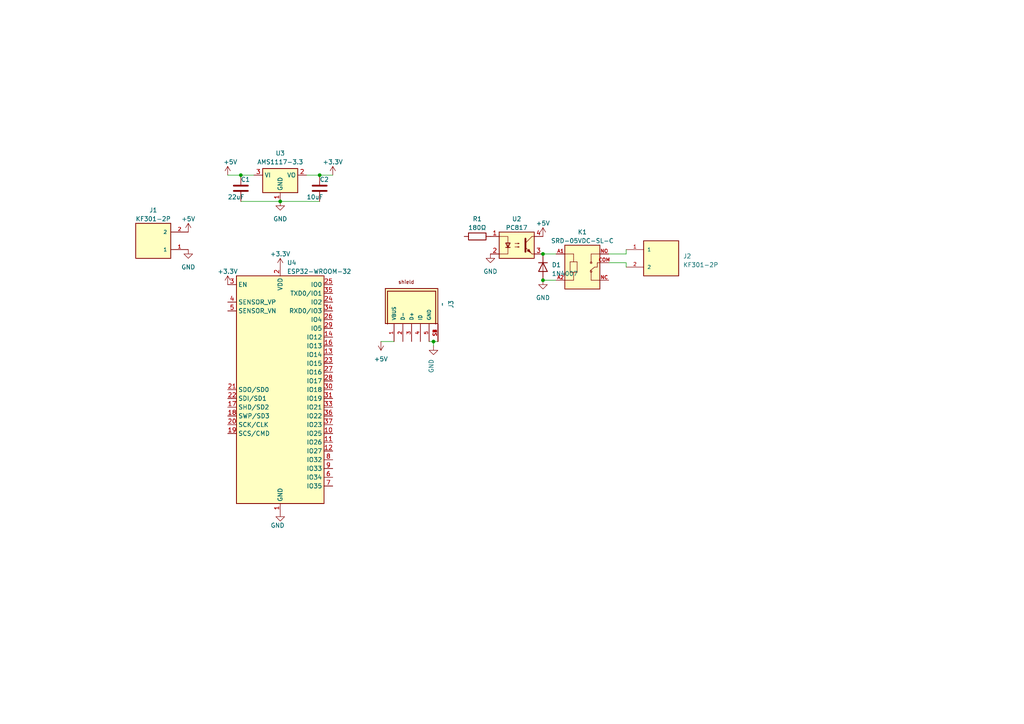
<source format=kicad_sch>
(kicad_sch (version 20230121) (generator eeschema)

  (uuid 058295d0-93f3-4e60-8c9e-0abef47b05c2)

  (paper "A4")

  (lib_symbols
    (symbol "Device:C" (pin_numbers hide) (pin_names (offset 0.254)) (in_bom yes) (on_board yes)
      (property "Reference" "C" (at 0.635 2.54 0)
        (effects (font (size 1.27 1.27)) (justify left))
      )
      (property "Value" "C" (at 0.635 -2.54 0)
        (effects (font (size 1.27 1.27)) (justify left))
      )
      (property "Footprint" "" (at 0.9652 -3.81 0)
        (effects (font (size 1.27 1.27)) hide)
      )
      (property "Datasheet" "~" (at 0 0 0)
        (effects (font (size 1.27 1.27)) hide)
      )
      (property "ki_keywords" "cap capacitor" (at 0 0 0)
        (effects (font (size 1.27 1.27)) hide)
      )
      (property "ki_description" "Unpolarized capacitor" (at 0 0 0)
        (effects (font (size 1.27 1.27)) hide)
      )
      (property "ki_fp_filters" "C_*" (at 0 0 0)
        (effects (font (size 1.27 1.27)) hide)
      )
      (symbol "C_0_1"
        (polyline
          (pts
            (xy -2.032 -0.762)
            (xy 2.032 -0.762)
          )
          (stroke (width 0.508) (type default))
          (fill (type none))
        )
        (polyline
          (pts
            (xy -2.032 0.762)
            (xy 2.032 0.762)
          )
          (stroke (width 0.508) (type default))
          (fill (type none))
        )
      )
      (symbol "C_1_1"
        (pin passive line (at 0 3.81 270) (length 2.794)
          (name "~" (effects (font (size 1.27 1.27))))
          (number "1" (effects (font (size 1.27 1.27))))
        )
        (pin passive line (at 0 -3.81 90) (length 2.794)
          (name "~" (effects (font (size 1.27 1.27))))
          (number "2" (effects (font (size 1.27 1.27))))
        )
      )
    )
    (symbol "Device:R" (pin_numbers hide) (pin_names (offset 0)) (in_bom yes) (on_board yes)
      (property "Reference" "R" (at 2.032 0 90)
        (effects (font (size 1.27 1.27)))
      )
      (property "Value" "R" (at 0 0 90)
        (effects (font (size 1.27 1.27)))
      )
      (property "Footprint" "" (at -1.778 0 90)
        (effects (font (size 1.27 1.27)) hide)
      )
      (property "Datasheet" "~" (at 0 0 0)
        (effects (font (size 1.27 1.27)) hide)
      )
      (property "ki_keywords" "R res resistor" (at 0 0 0)
        (effects (font (size 1.27 1.27)) hide)
      )
      (property "ki_description" "Resistor" (at 0 0 0)
        (effects (font (size 1.27 1.27)) hide)
      )
      (property "ki_fp_filters" "R_*" (at 0 0 0)
        (effects (font (size 1.27 1.27)) hide)
      )
      (symbol "R_0_1"
        (rectangle (start -1.016 -2.54) (end 1.016 2.54)
          (stroke (width 0.254) (type default))
          (fill (type none))
        )
      )
      (symbol "R_1_1"
        (pin passive line (at 0 3.81 270) (length 1.27)
          (name "~" (effects (font (size 1.27 1.27))))
          (number "1" (effects (font (size 1.27 1.27))))
        )
        (pin passive line (at 0 -3.81 90) (length 1.27)
          (name "~" (effects (font (size 1.27 1.27))))
          (number "2" (effects (font (size 1.27 1.27))))
        )
      )
    )
    (symbol "Diode:1N4007" (pin_numbers hide) (pin_names hide) (in_bom yes) (on_board yes)
      (property "Reference" "D" (at 0 2.54 0)
        (effects (font (size 1.27 1.27)))
      )
      (property "Value" "1N4007" (at 0 -2.54 0)
        (effects (font (size 1.27 1.27)))
      )
      (property "Footprint" "Diode_THT:D_DO-41_SOD81_P10.16mm_Horizontal" (at 0 -4.445 0)
        (effects (font (size 1.27 1.27)) hide)
      )
      (property "Datasheet" "http://www.vishay.com/docs/88503/1n4001.pdf" (at 0 0 0)
        (effects (font (size 1.27 1.27)) hide)
      )
      (property "Sim.Device" "D" (at 0 0 0)
        (effects (font (size 1.27 1.27)) hide)
      )
      (property "Sim.Pins" "1=K 2=A" (at 0 0 0)
        (effects (font (size 1.27 1.27)) hide)
      )
      (property "ki_keywords" "diode" (at 0 0 0)
        (effects (font (size 1.27 1.27)) hide)
      )
      (property "ki_description" "1000V 1A General Purpose Rectifier Diode, DO-41" (at 0 0 0)
        (effects (font (size 1.27 1.27)) hide)
      )
      (property "ki_fp_filters" "D*DO?41*" (at 0 0 0)
        (effects (font (size 1.27 1.27)) hide)
      )
      (symbol "1N4007_0_1"
        (polyline
          (pts
            (xy -1.27 1.27)
            (xy -1.27 -1.27)
          )
          (stroke (width 0.254) (type default))
          (fill (type none))
        )
        (polyline
          (pts
            (xy 1.27 0)
            (xy -1.27 0)
          )
          (stroke (width 0) (type default))
          (fill (type none))
        )
        (polyline
          (pts
            (xy 1.27 1.27)
            (xy 1.27 -1.27)
            (xy -1.27 0)
            (xy 1.27 1.27)
          )
          (stroke (width 0.254) (type default))
          (fill (type none))
        )
      )
      (symbol "1N4007_1_1"
        (pin passive line (at -3.81 0 0) (length 2.54)
          (name "K" (effects (font (size 1.27 1.27))))
          (number "1" (effects (font (size 1.27 1.27))))
        )
        (pin passive line (at 3.81 0 180) (length 2.54)
          (name "A" (effects (font (size 1.27 1.27))))
          (number "2" (effects (font (size 1.27 1.27))))
        )
      )
    )
    (symbol "Isolator:PC817" (pin_names (offset 1.016)) (in_bom yes) (on_board yes)
      (property "Reference" "U" (at -5.08 5.08 0)
        (effects (font (size 1.27 1.27)) (justify left))
      )
      (property "Value" "PC817" (at 0 5.08 0)
        (effects (font (size 1.27 1.27)) (justify left))
      )
      (property "Footprint" "Package_DIP:DIP-4_W7.62mm" (at -5.08 -5.08 0)
        (effects (font (size 1.27 1.27) italic) (justify left) hide)
      )
      (property "Datasheet" "http://www.soselectronic.cz/a_info/resource/d/pc817.pdf" (at 0 0 0)
        (effects (font (size 1.27 1.27)) (justify left) hide)
      )
      (property "ki_keywords" "NPN DC Optocoupler" (at 0 0 0)
        (effects (font (size 1.27 1.27)) hide)
      )
      (property "ki_description" "DC Optocoupler, Vce 35V, CTR 50-300%, DIP-4" (at 0 0 0)
        (effects (font (size 1.27 1.27)) hide)
      )
      (property "ki_fp_filters" "DIP*W7.62mm*" (at 0 0 0)
        (effects (font (size 1.27 1.27)) hide)
      )
      (symbol "PC817_0_1"
        (rectangle (start -5.08 3.81) (end 5.08 -3.81)
          (stroke (width 0.254) (type default))
          (fill (type background))
        )
        (polyline
          (pts
            (xy -3.175 -0.635)
            (xy -1.905 -0.635)
          )
          (stroke (width 0.254) (type default))
          (fill (type none))
        )
        (polyline
          (pts
            (xy 2.54 0.635)
            (xy 4.445 2.54)
          )
          (stroke (width 0) (type default))
          (fill (type none))
        )
        (polyline
          (pts
            (xy 4.445 -2.54)
            (xy 2.54 -0.635)
          )
          (stroke (width 0) (type default))
          (fill (type outline))
        )
        (polyline
          (pts
            (xy 4.445 -2.54)
            (xy 5.08 -2.54)
          )
          (stroke (width 0) (type default))
          (fill (type none))
        )
        (polyline
          (pts
            (xy 4.445 2.54)
            (xy 5.08 2.54)
          )
          (stroke (width 0) (type default))
          (fill (type none))
        )
        (polyline
          (pts
            (xy -5.08 2.54)
            (xy -2.54 2.54)
            (xy -2.54 -0.635)
          )
          (stroke (width 0) (type default))
          (fill (type none))
        )
        (polyline
          (pts
            (xy -2.54 -0.635)
            (xy -2.54 -2.54)
            (xy -5.08 -2.54)
          )
          (stroke (width 0) (type default))
          (fill (type none))
        )
        (polyline
          (pts
            (xy 2.54 1.905)
            (xy 2.54 -1.905)
            (xy 2.54 -1.905)
          )
          (stroke (width 0.508) (type default))
          (fill (type none))
        )
        (polyline
          (pts
            (xy -2.54 -0.635)
            (xy -3.175 0.635)
            (xy -1.905 0.635)
            (xy -2.54 -0.635)
          )
          (stroke (width 0.254) (type default))
          (fill (type none))
        )
        (polyline
          (pts
            (xy -0.508 -0.508)
            (xy 0.762 -0.508)
            (xy 0.381 -0.635)
            (xy 0.381 -0.381)
            (xy 0.762 -0.508)
          )
          (stroke (width 0) (type default))
          (fill (type none))
        )
        (polyline
          (pts
            (xy -0.508 0.508)
            (xy 0.762 0.508)
            (xy 0.381 0.381)
            (xy 0.381 0.635)
            (xy 0.762 0.508)
          )
          (stroke (width 0) (type default))
          (fill (type none))
        )
        (polyline
          (pts
            (xy 3.048 -1.651)
            (xy 3.556 -1.143)
            (xy 4.064 -2.159)
            (xy 3.048 -1.651)
            (xy 3.048 -1.651)
          )
          (stroke (width 0) (type default))
          (fill (type outline))
        )
      )
      (symbol "PC817_1_1"
        (pin passive line (at -7.62 2.54 0) (length 2.54)
          (name "~" (effects (font (size 1.27 1.27))))
          (number "1" (effects (font (size 1.27 1.27))))
        )
        (pin passive line (at -7.62 -2.54 0) (length 2.54)
          (name "~" (effects (font (size 1.27 1.27))))
          (number "2" (effects (font (size 1.27 1.27))))
        )
        (pin passive line (at 7.62 -2.54 180) (length 2.54)
          (name "~" (effects (font (size 1.27 1.27))))
          (number "3" (effects (font (size 1.27 1.27))))
        )
        (pin passive line (at 7.62 2.54 180) (length 2.54)
          (name "~" (effects (font (size 1.27 1.27))))
          (number "4" (effects (font (size 1.27 1.27))))
        )
      )
    )
    (symbol "KF301-2P:KF301-2P" (pin_names (offset 1.016)) (in_bom yes) (on_board yes)
      (property "Reference" "J" (at -5.08 5.842 0)
        (effects (font (size 1.27 1.27)) (justify left bottom))
      )
      (property "Value" "KF301-2P" (at -5.08 -7.62 0)
        (effects (font (size 1.27 1.27)) (justify left bottom))
      )
      (property "Footprint" "KF301-2P:HANDSON_KF301-2P" (at 0 0 0)
        (effects (font (size 1.27 1.27)) (justify bottom) hide)
      )
      (property "Datasheet" "" (at 0 0 0)
        (effects (font (size 1.27 1.27)) hide)
      )
      (property "MF" "Handson Technology" (at 0 0 0)
        (effects (font (size 1.27 1.27)) (justify bottom) hide)
      )
      (property "MAXIMUM_PACKAGE_HEIGHT" "10mm" (at 0 0 0)
        (effects (font (size 1.27 1.27)) (justify bottom) hide)
      )
      (property "Package" "None" (at 0 0 0)
        (effects (font (size 1.27 1.27)) (justify bottom) hide)
      )
      (property "Price" "None" (at 0 0 0)
        (effects (font (size 1.27 1.27)) (justify bottom) hide)
      )
      (property "Check_prices" "https://www.snapeda.com/parts/KF301-2P/Handson+Technology/view-part/?ref=eda" (at 0 0 0)
        (effects (font (size 1.27 1.27)) (justify bottom) hide)
      )
      (property "STANDARD" "Manufacturer Recommendations" (at 0 0 0)
        (effects (font (size 1.27 1.27)) (justify bottom) hide)
      )
      (property "PARTREV" "NA" (at 0 0 0)
        (effects (font (size 1.27 1.27)) (justify bottom) hide)
      )
      (property "SnapEDA_Link" "https://www.snapeda.com/parts/KF301-2P/Handson+Technology/view-part/?ref=snap" (at 0 0 0)
        (effects (font (size 1.27 1.27)) (justify bottom) hide)
      )
      (property "MP" "KF301-2P" (at 0 0 0)
        (effects (font (size 1.27 1.27)) (justify bottom) hide)
      )
      (property "Description" "\n2 Pin Terminal Block 5mm Pitch\n" (at 0 0 0)
        (effects (font (size 1.27 1.27)) (justify bottom) hide)
      )
      (property "Availability" "Not in stock" (at 0 0 0)
        (effects (font (size 1.27 1.27)) (justify bottom) hide)
      )
      (property "MANUFACTURER" "Handson Technology" (at 0 0 0)
        (effects (font (size 1.27 1.27)) (justify bottom) hide)
      )
      (symbol "KF301-2P_0_0"
        (rectangle (start -5.08 -5.08) (end 5.08 5.08)
          (stroke (width 0.254) (type default))
          (fill (type background))
        )
        (pin passive line (at -10.16 2.54 0) (length 5.08)
          (name "1" (effects (font (size 1.016 1.016))))
          (number "1" (effects (font (size 1.016 1.016))))
        )
        (pin passive line (at -10.16 -2.54 0) (length 5.08)
          (name "2" (effects (font (size 1.016 1.016))))
          (number "2" (effects (font (size 1.016 1.016))))
        )
      )
    )
    (symbol "RF_Module:ESP32-WROOM-32" (in_bom yes) (on_board yes)
      (property "Reference" "U" (at -12.7 34.29 0)
        (effects (font (size 1.27 1.27)) (justify left))
      )
      (property "Value" "ESP32-WROOM-32" (at 1.27 34.29 0)
        (effects (font (size 1.27 1.27)) (justify left))
      )
      (property "Footprint" "RF_Module:ESP32-WROOM-32" (at 0 -38.1 0)
        (effects (font (size 1.27 1.27)) hide)
      )
      (property "Datasheet" "https://www.espressif.com/sites/default/files/documentation/esp32-wroom-32_datasheet_en.pdf" (at -7.62 1.27 0)
        (effects (font (size 1.27 1.27)) hide)
      )
      (property "ki_keywords" "RF Radio BT ESP ESP32 Espressif onboard PCB antenna" (at 0 0 0)
        (effects (font (size 1.27 1.27)) hide)
      )
      (property "ki_description" "RF Module, ESP32-D0WDQ6 SoC, Wi-Fi 802.11b/g/n, Bluetooth, BLE, 32-bit, 2.7-3.6V, onboard antenna, SMD" (at 0 0 0)
        (effects (font (size 1.27 1.27)) hide)
      )
      (property "ki_fp_filters" "ESP32?WROOM?32*" (at 0 0 0)
        (effects (font (size 1.27 1.27)) hide)
      )
      (symbol "ESP32-WROOM-32_0_1"
        (rectangle (start -12.7 33.02) (end 12.7 -33.02)
          (stroke (width 0.254) (type default))
          (fill (type background))
        )
      )
      (symbol "ESP32-WROOM-32_1_1"
        (pin power_in line (at 0 -35.56 90) (length 2.54)
          (name "GND" (effects (font (size 1.27 1.27))))
          (number "1" (effects (font (size 1.27 1.27))))
        )
        (pin bidirectional line (at 15.24 -12.7 180) (length 2.54)
          (name "IO25" (effects (font (size 1.27 1.27))))
          (number "10" (effects (font (size 1.27 1.27))))
        )
        (pin bidirectional line (at 15.24 -15.24 180) (length 2.54)
          (name "IO26" (effects (font (size 1.27 1.27))))
          (number "11" (effects (font (size 1.27 1.27))))
        )
        (pin bidirectional line (at 15.24 -17.78 180) (length 2.54)
          (name "IO27" (effects (font (size 1.27 1.27))))
          (number "12" (effects (font (size 1.27 1.27))))
        )
        (pin bidirectional line (at 15.24 10.16 180) (length 2.54)
          (name "IO14" (effects (font (size 1.27 1.27))))
          (number "13" (effects (font (size 1.27 1.27))))
        )
        (pin bidirectional line (at 15.24 15.24 180) (length 2.54)
          (name "IO12" (effects (font (size 1.27 1.27))))
          (number "14" (effects (font (size 1.27 1.27))))
        )
        (pin passive line (at 0 -35.56 90) (length 2.54) hide
          (name "GND" (effects (font (size 1.27 1.27))))
          (number "15" (effects (font (size 1.27 1.27))))
        )
        (pin bidirectional line (at 15.24 12.7 180) (length 2.54)
          (name "IO13" (effects (font (size 1.27 1.27))))
          (number "16" (effects (font (size 1.27 1.27))))
        )
        (pin bidirectional line (at -15.24 -5.08 0) (length 2.54)
          (name "SHD/SD2" (effects (font (size 1.27 1.27))))
          (number "17" (effects (font (size 1.27 1.27))))
        )
        (pin bidirectional line (at -15.24 -7.62 0) (length 2.54)
          (name "SWP/SD3" (effects (font (size 1.27 1.27))))
          (number "18" (effects (font (size 1.27 1.27))))
        )
        (pin bidirectional line (at -15.24 -12.7 0) (length 2.54)
          (name "SCS/CMD" (effects (font (size 1.27 1.27))))
          (number "19" (effects (font (size 1.27 1.27))))
        )
        (pin power_in line (at 0 35.56 270) (length 2.54)
          (name "VDD" (effects (font (size 1.27 1.27))))
          (number "2" (effects (font (size 1.27 1.27))))
        )
        (pin bidirectional line (at -15.24 -10.16 0) (length 2.54)
          (name "SCK/CLK" (effects (font (size 1.27 1.27))))
          (number "20" (effects (font (size 1.27 1.27))))
        )
        (pin bidirectional line (at -15.24 0 0) (length 2.54)
          (name "SDO/SD0" (effects (font (size 1.27 1.27))))
          (number "21" (effects (font (size 1.27 1.27))))
        )
        (pin bidirectional line (at -15.24 -2.54 0) (length 2.54)
          (name "SDI/SD1" (effects (font (size 1.27 1.27))))
          (number "22" (effects (font (size 1.27 1.27))))
        )
        (pin bidirectional line (at 15.24 7.62 180) (length 2.54)
          (name "IO15" (effects (font (size 1.27 1.27))))
          (number "23" (effects (font (size 1.27 1.27))))
        )
        (pin bidirectional line (at 15.24 25.4 180) (length 2.54)
          (name "IO2" (effects (font (size 1.27 1.27))))
          (number "24" (effects (font (size 1.27 1.27))))
        )
        (pin bidirectional line (at 15.24 30.48 180) (length 2.54)
          (name "IO0" (effects (font (size 1.27 1.27))))
          (number "25" (effects (font (size 1.27 1.27))))
        )
        (pin bidirectional line (at 15.24 20.32 180) (length 2.54)
          (name "IO4" (effects (font (size 1.27 1.27))))
          (number "26" (effects (font (size 1.27 1.27))))
        )
        (pin bidirectional line (at 15.24 5.08 180) (length 2.54)
          (name "IO16" (effects (font (size 1.27 1.27))))
          (number "27" (effects (font (size 1.27 1.27))))
        )
        (pin bidirectional line (at 15.24 2.54 180) (length 2.54)
          (name "IO17" (effects (font (size 1.27 1.27))))
          (number "28" (effects (font (size 1.27 1.27))))
        )
        (pin bidirectional line (at 15.24 17.78 180) (length 2.54)
          (name "IO5" (effects (font (size 1.27 1.27))))
          (number "29" (effects (font (size 1.27 1.27))))
        )
        (pin input line (at -15.24 30.48 0) (length 2.54)
          (name "EN" (effects (font (size 1.27 1.27))))
          (number "3" (effects (font (size 1.27 1.27))))
        )
        (pin bidirectional line (at 15.24 0 180) (length 2.54)
          (name "IO18" (effects (font (size 1.27 1.27))))
          (number "30" (effects (font (size 1.27 1.27))))
        )
        (pin bidirectional line (at 15.24 -2.54 180) (length 2.54)
          (name "IO19" (effects (font (size 1.27 1.27))))
          (number "31" (effects (font (size 1.27 1.27))))
        )
        (pin no_connect line (at -12.7 -27.94 0) (length 2.54) hide
          (name "NC" (effects (font (size 1.27 1.27))))
          (number "32" (effects (font (size 1.27 1.27))))
        )
        (pin bidirectional line (at 15.24 -5.08 180) (length 2.54)
          (name "IO21" (effects (font (size 1.27 1.27))))
          (number "33" (effects (font (size 1.27 1.27))))
        )
        (pin bidirectional line (at 15.24 22.86 180) (length 2.54)
          (name "RXD0/IO3" (effects (font (size 1.27 1.27))))
          (number "34" (effects (font (size 1.27 1.27))))
        )
        (pin bidirectional line (at 15.24 27.94 180) (length 2.54)
          (name "TXD0/IO1" (effects (font (size 1.27 1.27))))
          (number "35" (effects (font (size 1.27 1.27))))
        )
        (pin bidirectional line (at 15.24 -7.62 180) (length 2.54)
          (name "IO22" (effects (font (size 1.27 1.27))))
          (number "36" (effects (font (size 1.27 1.27))))
        )
        (pin bidirectional line (at 15.24 -10.16 180) (length 2.54)
          (name "IO23" (effects (font (size 1.27 1.27))))
          (number "37" (effects (font (size 1.27 1.27))))
        )
        (pin passive line (at 0 -35.56 90) (length 2.54) hide
          (name "GND" (effects (font (size 1.27 1.27))))
          (number "38" (effects (font (size 1.27 1.27))))
        )
        (pin passive line (at 0 -35.56 90) (length 2.54) hide
          (name "GND" (effects (font (size 1.27 1.27))))
          (number "39" (effects (font (size 1.27 1.27))))
        )
        (pin input line (at -15.24 25.4 0) (length 2.54)
          (name "SENSOR_VP" (effects (font (size 1.27 1.27))))
          (number "4" (effects (font (size 1.27 1.27))))
        )
        (pin input line (at -15.24 22.86 0) (length 2.54)
          (name "SENSOR_VN" (effects (font (size 1.27 1.27))))
          (number "5" (effects (font (size 1.27 1.27))))
        )
        (pin input line (at 15.24 -25.4 180) (length 2.54)
          (name "IO34" (effects (font (size 1.27 1.27))))
          (number "6" (effects (font (size 1.27 1.27))))
        )
        (pin input line (at 15.24 -27.94 180) (length 2.54)
          (name "IO35" (effects (font (size 1.27 1.27))))
          (number "7" (effects (font (size 1.27 1.27))))
        )
        (pin bidirectional line (at 15.24 -20.32 180) (length 2.54)
          (name "IO32" (effects (font (size 1.27 1.27))))
          (number "8" (effects (font (size 1.27 1.27))))
        )
        (pin bidirectional line (at 15.24 -22.86 180) (length 2.54)
          (name "IO33" (effects (font (size 1.27 1.27))))
          (number "9" (effects (font (size 1.27 1.27))))
        )
      )
    )
    (symbol "Regulator_Linear:AMS1117-3.3" (in_bom yes) (on_board yes)
      (property "Reference" "U" (at -3.81 3.175 0)
        (effects (font (size 1.27 1.27)))
      )
      (property "Value" "AMS1117-3.3" (at 0 3.175 0)
        (effects (font (size 1.27 1.27)) (justify left))
      )
      (property "Footprint" "Package_TO_SOT_SMD:SOT-223-3_TabPin2" (at 0 5.08 0)
        (effects (font (size 1.27 1.27)) hide)
      )
      (property "Datasheet" "http://www.advanced-monolithic.com/pdf/ds1117.pdf" (at 2.54 -6.35 0)
        (effects (font (size 1.27 1.27)) hide)
      )
      (property "ki_keywords" "linear regulator ldo fixed positive" (at 0 0 0)
        (effects (font (size 1.27 1.27)) hide)
      )
      (property "ki_description" "1A Low Dropout regulator, positive, 3.3V fixed output, SOT-223" (at 0 0 0)
        (effects (font (size 1.27 1.27)) hide)
      )
      (property "ki_fp_filters" "SOT?223*TabPin2*" (at 0 0 0)
        (effects (font (size 1.27 1.27)) hide)
      )
      (symbol "AMS1117-3.3_0_1"
        (rectangle (start -5.08 -5.08) (end 5.08 1.905)
          (stroke (width 0.254) (type default))
          (fill (type background))
        )
      )
      (symbol "AMS1117-3.3_1_1"
        (pin power_in line (at 0 -7.62 90) (length 2.54)
          (name "GND" (effects (font (size 1.27 1.27))))
          (number "1" (effects (font (size 1.27 1.27))))
        )
        (pin power_out line (at 7.62 0 180) (length 2.54)
          (name "VO" (effects (font (size 1.27 1.27))))
          (number "2" (effects (font (size 1.27 1.27))))
        )
        (pin power_in line (at -7.62 0 0) (length 2.54)
          (name "VI" (effects (font (size 1.27 1.27))))
          (number "3" (effects (font (size 1.27 1.27))))
        )
      )
    )
    (symbol "SRD-05VDC-SL-C:SRD-05VDC-SL-C" (pin_names (offset 1.016)) (in_bom yes) (on_board yes)
      (property "Reference" "K" (at -5.0809 5.843 0)
        (effects (font (size 1.27 1.27)) (justify left bottom))
      )
      (property "Value" "SRD-05VDC-SL-C" (at -5.0832 -10.1664 0)
        (effects (font (size 1.27 1.27)) (justify left bottom))
      )
      (property "Footprint" "SRD-05VDC-SL-C:RELAY_SRD-05VDC-SL-C" (at 0 0 0)
        (effects (font (size 1.27 1.27)) (justify bottom) hide)
      )
      (property "Datasheet" "" (at 0 0 0)
        (effects (font (size 1.27 1.27)) hide)
      )
      (property "MF" "Songle Relay" (at 0 0 0)
        (effects (font (size 1.27 1.27)) (justify bottom) hide)
      )
      (property "Description" "\n5V Trigger Relay Module For Arduino And Raspberry Pi 5V Trigger Relay Module For Arduino And Raspberry Pi\n" (at 0 0 0)
        (effects (font (size 1.27 1.27)) (justify bottom) hide)
      )
      (property "Package" "NON STANDARD-5 Songle Relay" (at 0 0 0)
        (effects (font (size 1.27 1.27)) (justify bottom) hide)
      )
      (property "Price" "None" (at 0 0 0)
        (effects (font (size 1.27 1.27)) (justify bottom) hide)
      )
      (property "Check_prices" "https://www.snapeda.com/parts/SRD-05VDC-SL-C/Songle+Relay/view-part/?ref=eda" (at 0 0 0)
        (effects (font (size 1.27 1.27)) (justify bottom) hide)
      )
      (property "STANDARD" "IPC-7251" (at 0 0 0)
        (effects (font (size 1.27 1.27)) (justify bottom) hide)
      )
      (property "SnapEDA_Link" "https://www.snapeda.com/parts/SRD-05VDC-SL-C/Songle+Relay/view-part/?ref=snap" (at 0 0 0)
        (effects (font (size 1.27 1.27)) (justify bottom) hide)
      )
      (property "MP" "SRD-05VDC-SL-C" (at 0 0 0)
        (effects (font (size 1.27 1.27)) (justify bottom) hide)
      )
      (property "Availability" "Not in stock" (at 0 0 0)
        (effects (font (size 1.27 1.27)) (justify bottom) hide)
      )
      (property "MANUFACTURER" "SONGLE RELAY" (at 0 0 0)
        (effects (font (size 1.27 1.27)) (justify bottom) hide)
      )
      (symbol "SRD-05VDC-SL-C_0_0"
        (rectangle (start -5.08 -7.62) (end 5.08 5.08)
          (stroke (width 0.254) (type default))
          (fill (type background))
        )
        (polyline
          (pts
            (xy -5.08 2.54)
            (xy -2.54 2.54)
          )
          (stroke (width 0.1524) (type default))
          (fill (type none))
        )
        (polyline
          (pts
            (xy -3.556 -2.794)
            (xy -2.54 -2.794)
          )
          (stroke (width 0.1524) (type default))
          (fill (type none))
        )
        (polyline
          (pts
            (xy -3.556 0.254)
            (xy -3.556 -2.794)
          )
          (stroke (width 0.1524) (type default))
          (fill (type none))
        )
        (polyline
          (pts
            (xy -2.54 -5.08)
            (xy -5.08 -5.08)
          )
          (stroke (width 0.1524) (type default))
          (fill (type none))
        )
        (polyline
          (pts
            (xy -2.54 -2.794)
            (xy -2.54 -5.08)
          )
          (stroke (width 0.1524) (type default))
          (fill (type none))
        )
        (polyline
          (pts
            (xy -2.54 -2.794)
            (xy -1.524 -2.794)
          )
          (stroke (width 0.1524) (type default))
          (fill (type none))
        )
        (polyline
          (pts
            (xy -2.54 0.254)
            (xy -3.556 0.254)
          )
          (stroke (width 0.1524) (type default))
          (fill (type none))
        )
        (polyline
          (pts
            (xy -2.54 2.54)
            (xy -2.54 0.254)
          )
          (stroke (width 0.1524) (type default))
          (fill (type none))
        )
        (polyline
          (pts
            (xy -1.524 -2.794)
            (xy -1.524 0.254)
          )
          (stroke (width 0.1524) (type default))
          (fill (type none))
        )
        (polyline
          (pts
            (xy -1.524 0.254)
            (xy -2.54 0.254)
          )
          (stroke (width 0.1524) (type default))
          (fill (type none))
        )
        (polyline
          (pts
            (xy 2.54 -5.08)
            (xy 5.08 -5.08)
          )
          (stroke (width 0.1524) (type default))
          (fill (type none))
        )
        (polyline
          (pts
            (xy 2.54 -2.54)
            (xy 2.54 -5.08)
          )
          (stroke (width 0.1524) (type default))
          (fill (type none))
        )
        (polyline
          (pts
            (xy 2.54 2.54)
            (xy 2.54 0)
          )
          (stroke (width 0.1524) (type default))
          (fill (type none))
        )
        (polyline
          (pts
            (xy 3.556 -1.27)
            (xy 2.286 -2.286)
          )
          (stroke (width 0.1524) (type default))
          (fill (type none))
        )
        (polyline
          (pts
            (xy 3.556 -1.27)
            (xy 4.318 -1.27)
          )
          (stroke (width 0.1524) (type default))
          (fill (type none))
        )
        (polyline
          (pts
            (xy 4.318 -1.27)
            (xy 4.318 0)
          )
          (stroke (width 0.1524) (type default))
          (fill (type none))
        )
        (polyline
          (pts
            (xy 4.318 0)
            (xy 5.08 0)
          )
          (stroke (width 0.1524) (type default))
          (fill (type none))
        )
        (polyline
          (pts
            (xy 5.08 2.54)
            (xy 2.54 2.54)
          )
          (stroke (width 0.1524) (type default))
          (fill (type none))
        )
        (circle (center 2.54 -2.54) (radius 0.254)
          (stroke (width 0.1524) (type default))
          (fill (type none))
        )
        (circle (center 2.54 0) (radius 0.254)
          (stroke (width 0.1524) (type default))
          (fill (type none))
        )
        (pin passive line (at -7.62 2.54 0) (length 2.54)
          (name "~" (effects (font (size 1.016 1.016))))
          (number "A1" (effects (font (size 1.016 1.016))))
        )
        (pin passive line (at -7.62 -5.08 0) (length 2.54)
          (name "~" (effects (font (size 1.016 1.016))))
          (number "A2" (effects (font (size 1.016 1.016))))
        )
        (pin passive line (at 7.62 0 180) (length 2.54)
          (name "~" (effects (font (size 1.016 1.016))))
          (number "COM" (effects (font (size 1.016 1.016))))
        )
        (pin passive line (at 7.62 -5.08 180) (length 2.54)
          (name "~" (effects (font (size 1.016 1.016))))
          (number "NC" (effects (font (size 1.016 1.016))))
        )
        (pin passive line (at 7.62 2.54 180) (length 2.54)
          (name "~" (effects (font (size 1.016 1.016))))
          (number "NO" (effects (font (size 1.016 1.016))))
        )
      )
    )
    (symbol "power:+3.3V" (power) (pin_names (offset 0)) (in_bom yes) (on_board yes)
      (property "Reference" "#PWR" (at 0 -3.81 0)
        (effects (font (size 1.27 1.27)) hide)
      )
      (property "Value" "+3.3V" (at 0 3.556 0)
        (effects (font (size 1.27 1.27)))
      )
      (property "Footprint" "" (at 0 0 0)
        (effects (font (size 1.27 1.27)) hide)
      )
      (property "Datasheet" "" (at 0 0 0)
        (effects (font (size 1.27 1.27)) hide)
      )
      (property "ki_keywords" "global power" (at 0 0 0)
        (effects (font (size 1.27 1.27)) hide)
      )
      (property "ki_description" "Power symbol creates a global label with name \"+3.3V\"" (at 0 0 0)
        (effects (font (size 1.27 1.27)) hide)
      )
      (symbol "+3.3V_0_1"
        (polyline
          (pts
            (xy -0.762 1.27)
            (xy 0 2.54)
          )
          (stroke (width 0) (type default))
          (fill (type none))
        )
        (polyline
          (pts
            (xy 0 0)
            (xy 0 2.54)
          )
          (stroke (width 0) (type default))
          (fill (type none))
        )
        (polyline
          (pts
            (xy 0 2.54)
            (xy 0.762 1.27)
          )
          (stroke (width 0) (type default))
          (fill (type none))
        )
      )
      (symbol "+3.3V_1_1"
        (pin power_in line (at 0 0 90) (length 0) hide
          (name "+3.3V" (effects (font (size 1.27 1.27))))
          (number "1" (effects (font (size 1.27 1.27))))
        )
      )
    )
    (symbol "power:+5V" (power) (pin_names (offset 0)) (in_bom yes) (on_board yes)
      (property "Reference" "#PWR" (at 0 -3.81 0)
        (effects (font (size 1.27 1.27)) hide)
      )
      (property "Value" "+5V" (at 0 3.556 0)
        (effects (font (size 1.27 1.27)))
      )
      (property "Footprint" "" (at 0 0 0)
        (effects (font (size 1.27 1.27)) hide)
      )
      (property "Datasheet" "" (at 0 0 0)
        (effects (font (size 1.27 1.27)) hide)
      )
      (property "ki_keywords" "global power" (at 0 0 0)
        (effects (font (size 1.27 1.27)) hide)
      )
      (property "ki_description" "Power symbol creates a global label with name \"+5V\"" (at 0 0 0)
        (effects (font (size 1.27 1.27)) hide)
      )
      (symbol "+5V_0_1"
        (polyline
          (pts
            (xy -0.762 1.27)
            (xy 0 2.54)
          )
          (stroke (width 0) (type default))
          (fill (type none))
        )
        (polyline
          (pts
            (xy 0 0)
            (xy 0 2.54)
          )
          (stroke (width 0) (type default))
          (fill (type none))
        )
        (polyline
          (pts
            (xy 0 2.54)
            (xy 0.762 1.27)
          )
          (stroke (width 0) (type default))
          (fill (type none))
        )
      )
      (symbol "+5V_1_1"
        (pin power_in line (at 0 0 90) (length 0) hide
          (name "+5V" (effects (font (size 1.27 1.27))))
          (number "1" (effects (font (size 1.27 1.27))))
        )
      )
    )
    (symbol "power:GND" (power) (pin_names (offset 0)) (in_bom yes) (on_board yes)
      (property "Reference" "#PWR" (at 0 -6.35 0)
        (effects (font (size 1.27 1.27)) hide)
      )
      (property "Value" "GND" (at 0 -3.81 0)
        (effects (font (size 1.27 1.27)))
      )
      (property "Footprint" "" (at 0 0 0)
        (effects (font (size 1.27 1.27)) hide)
      )
      (property "Datasheet" "" (at 0 0 0)
        (effects (font (size 1.27 1.27)) hide)
      )
      (property "ki_keywords" "global power" (at 0 0 0)
        (effects (font (size 1.27 1.27)) hide)
      )
      (property "ki_description" "Power symbol creates a global label with name \"GND\" , ground" (at 0 0 0)
        (effects (font (size 1.27 1.27)) hide)
      )
      (symbol "GND_0_1"
        (polyline
          (pts
            (xy 0 0)
            (xy 0 -1.27)
            (xy 1.27 -1.27)
            (xy 0 -2.54)
            (xy -1.27 -1.27)
            (xy 0 -1.27)
          )
          (stroke (width 0) (type default))
          (fill (type none))
        )
      )
      (symbol "GND_1_1"
        (pin power_in line (at 0 0 270) (length 0) hide
          (name "GND" (effects (font (size 1.27 1.27))))
          (number "1" (effects (font (size 1.27 1.27))))
        )
      )
    )
    (symbol "usb_mini:65100516121" (pin_names (offset 1.016)) (in_bom yes) (on_board yes)
      (property "Reference" "J" (at 0 8.382 0)
        (effects (font (size 1.27 1.27)) (justify bottom))
      )
      (property "Value" "65100516121" (at 0 -10.16 0)
        (effects (font (size 1.27 1.27)) (justify bottom))
      )
      (property "Footprint" "65100516121:65100516121" (at 0 0 0)
        (effects (font (size 1.27 1.27)) (justify bottom) hide)
      )
      (property "Datasheet" "" (at 0 0 0)
        (effects (font (size 1.27 1.27)) hide)
      )
      (property "PACKAGING" "Tape and Reel & Mylar" (at 0 0 0)
        (effects (font (size 1.27 1.27)) (justify bottom) hide)
      )
      (property "MF" "Wurth Electronics" (at 0 0 0)
        (effects (font (size 1.27 1.27)) (justify bottom) hide)
      )
      (property "PINS" "5" (at 0 0 0)
        (effects (font (size 1.27 1.27)) (justify bottom) hide)
      )
      (property "Package" "None" (at 0 0 0)
        (effects (font (size 1.27 1.27)) (justify bottom) hide)
      )
      (property "MOUNT" "SMT" (at 0 0 0)
        (effects (font (size 1.27 1.27)) (justify bottom) hide)
      )
      (property "IR" "1.0A" (at 0 0 0)
        (effects (font (size 1.27 1.27)) (justify bottom) hide)
      )
      (property "Check_prices" "https://www.snapeda.com/parts/65100516121/Wurth+Electronics+Inc./view-part/?ref=eda" (at 0 0 0)
        (effects (font (size 1.27 1.27)) (justify bottom) hide)
      )
      (property "VALUE" "65100516121" (at 0 0 0)
        (effects (font (size 1.27 1.27)) (justify bottom) hide)
      )
      (property "Price" "None" (at 0 0 0)
        (effects (font (size 1.27 1.27)) (justify bottom) hide)
      )
      (property "INTERFACE-TYPE" "Type B" (at 0 0 0)
        (effects (font (size 1.27 1.27)) (justify bottom) hide)
      )
      (property "APPLICATION" "Micro USB 2.0" (at 0 0 0)
        (effects (font (size 1.27 1.27)) (justify bottom) hide)
      )
      (property "SnapEDA_Link" "https://www.snapeda.com/parts/65100516121/Wurth+Electronics+Inc./view-part/?ref=snap" (at 0 0 0)
        (effects (font (size 1.27 1.27)) (justify bottom) hide)
      )
      (property "DATASHEET-URL" "https://www.we-online.com/redexpert/spec/65100516121?ae" (at 0 0 0)
        (effects (font (size 1.27 1.27)) (justify bottom) hide)
      )
      (property "MP" "65100516121" (at 0 0 0)
        (effects (font (size 1.27 1.27)) (justify bottom) hide)
      )
      (property "WORKING-VOLTAGE" "30V(AC)" (at 0 0 0)
        (effects (font (size 1.27 1.27)) (justify bottom) hide)
      )
      (property "PART-NUMBER" "65100516121" (at 0 0 0)
        (effects (font (size 1.27 1.27)) (justify bottom) hide)
      )
      (property "Availability" "In Stock" (at 0 0 0)
        (effects (font (size 1.27 1.27)) (justify bottom) hide)
      )
      (property "TYPE" "Horizontal" (at 0 0 0)
        (effects (font (size 1.27 1.27)) (justify bottom) hide)
      )
      (property "GERDER" "Receptacle" (at 0 0 0)
        (effects (font (size 1.27 1.27)) (justify bottom) hide)
      )
      (property "Description" "\nUSB - mini B USB 2.0 Receptacle Connector 5 Position Surface Mount, Right Angle\n" (at 0 0 0)
        (effects (font (size 1.27 1.27)) (justify bottom) hide)
      )
      (symbol "65100516121_0_0"
        (rectangle (start -4.9497 -7.62) (end 5.2103 7.62)
          (stroke (width 0.254) (type default))
          (fill (type background))
        )
        (polyline
          (pts
            (xy -5.08 6.985)
            (xy 4.445 6.985)
          )
          (stroke (width 0.254) (type default))
          (fill (type none))
        )
        (polyline
          (pts
            (xy 4.445 -6.985)
            (xy -5.08 -6.985)
          )
          (stroke (width 0.254) (type default))
          (fill (type none))
        )
        (polyline
          (pts
            (xy 4.445 6.985)
            (xy 4.445 -6.985)
          )
          (stroke (width 0.254) (type default))
          (fill (type none))
        )
        (text "shield" (at 6.51 -0.83 900)
          (effects (font (size 1.016 1.016)) (justify left bottom))
        )
        (pin passive line (at -10.16 5.08 0) (length 5.08)
          (name "VBUS" (effects (font (size 1.016 1.016))))
          (number "1" (effects (font (size 1.016 1.016))))
        )
        (pin passive line (at -10.16 2.54 0) (length 5.08)
          (name "D-" (effects (font (size 1.016 1.016))))
          (number "2" (effects (font (size 1.016 1.016))))
        )
        (pin passive line (at -10.16 0 0) (length 5.08)
          (name "D+" (effects (font (size 1.016 1.016))))
          (number "3" (effects (font (size 1.016 1.016))))
        )
        (pin passive line (at -10.16 -2.54 0) (length 5.08)
          (name "ID" (effects (font (size 1.016 1.016))))
          (number "4" (effects (font (size 1.016 1.016))))
        )
        (pin passive line (at -10.16 -5.08 0) (length 5.08)
          (name "GND" (effects (font (size 1.016 1.016))))
          (number "5" (effects (font (size 1.016 1.016))))
        )
        (pin passive line (at -10.16 -7.62 0) (length 5.08)
          (name "~" (effects (font (size 1.016 1.016))))
          (number "S1" (effects (font (size 1.016 1.016))))
        )
        (pin passive line (at -10.16 -7.62 0) (length 5.08)
          (name "~" (effects (font (size 1.016 1.016))))
          (number "S2" (effects (font (size 1.016 1.016))))
        )
        (pin passive line (at -10.16 -7.62 0) (length 5.08)
          (name "~" (effects (font (size 1.016 1.016))))
          (number "S3" (effects (font (size 1.016 1.016))))
        )
        (pin passive line (at -10.16 -7.62 0) (length 5.08)
          (name "~" (effects (font (size 1.016 1.016))))
          (number "S4" (effects (font (size 1.016 1.016))))
        )
      )
    )
  )

  (junction (at 69.85 50.8) (diameter 0) (color 0 0 0 0)
    (uuid 179d02a5-12f9-4658-a083-0a83c55cfea3)
  )
  (junction (at 81.28 58.42) (diameter 0) (color 0 0 0 0)
    (uuid 4081e139-fbb2-4283-a9fe-79744b0d79c3)
  )
  (junction (at 92.71 50.8) (diameter 0) (color 0 0 0 0)
    (uuid 4ebeccb6-39b5-4cda-8705-fd68abfcfd08)
  )
  (junction (at 157.48 81.28) (diameter 0) (color 0 0 0 0)
    (uuid 744b12d7-f0cd-4f03-a437-3300a4eccccc)
  )
  (junction (at 125.73 99.06) (diameter 0) (color 0 0 0 0)
    (uuid 8b51e387-6281-4fe1-9be2-92b3937bbaef)
  )
  (junction (at 157.48 73.66) (diameter 0) (color 0 0 0 0)
    (uuid bc0fe5b7-3b19-44d4-afe0-a4c8bae66550)
  )

  (wire (pts (xy 157.48 81.28) (xy 161.29 81.28))
    (stroke (width 0) (type default))
    (uuid 02bf0b76-3a9e-40f1-9caa-e764fe6d3581)
  )
  (wire (pts (xy 81.28 58.42) (xy 92.71 58.42))
    (stroke (width 0) (type default))
    (uuid 2a2a5084-d18d-419d-80f3-9813b7e49865)
  )
  (wire (pts (xy 69.85 58.42) (xy 81.28 58.42))
    (stroke (width 0) (type default))
    (uuid 2de6f5f7-7d8f-43a7-b83d-c4892ad0824e)
  )
  (wire (pts (xy 110.49 99.06) (xy 114.3 99.06))
    (stroke (width 0) (type default))
    (uuid 4b00a75a-4ac4-40ae-9bd1-71aa7fa9302f)
  )
  (wire (pts (xy 92.71 50.8) (xy 96.52 50.8))
    (stroke (width 0) (type default))
    (uuid 5428cbeb-d51e-4ca1-b174-fe04790a6cc7)
  )
  (wire (pts (xy 125.73 99.06) (xy 124.46 99.06))
    (stroke (width 0) (type default))
    (uuid 6608cfd0-e7ba-43f4-80cf-95470420d8d5)
  )
  (wire (pts (xy 127 99.06) (xy 125.73 99.06))
    (stroke (width 0) (type default))
    (uuid 68fc0a1c-f0a4-4230-ab98-4d6a3b619b98)
  )
  (wire (pts (xy 176.53 73.66) (xy 181.61 73.66))
    (stroke (width 0) (type default))
    (uuid 72c827be-0661-4c1d-8bf3-0555991234f1)
  )
  (wire (pts (xy 69.85 50.8) (xy 73.66 50.8))
    (stroke (width 0) (type default))
    (uuid ab75300e-8552-4db3-95fb-5b11ed534e73)
  )
  (wire (pts (xy 176.53 76.2) (xy 181.61 76.2))
    (stroke (width 0) (type default))
    (uuid bb95312e-a1cd-4903-bf1c-82eca8260a64)
  )
  (wire (pts (xy 66.04 50.8) (xy 69.85 50.8))
    (stroke (width 0) (type default))
    (uuid c03a02a6-4b06-47fe-88b0-8cf7093eb5a4)
  )
  (wire (pts (xy 88.9 50.8) (xy 92.71 50.8))
    (stroke (width 0) (type default))
    (uuid c294dceb-c54c-4e95-b576-8b67b5638fd7)
  )
  (wire (pts (xy 157.48 73.66) (xy 161.29 73.66))
    (stroke (width 0) (type default))
    (uuid cbf7528b-a048-4000-90a3-fa4c401508d9)
  )
  (wire (pts (xy 181.61 72.39) (xy 181.61 73.66))
    (stroke (width 0) (type default))
    (uuid d5d3407c-5b7d-4a86-b504-074a5ae7872f)
  )
  (wire (pts (xy 181.61 76.2) (xy 181.61 77.47))
    (stroke (width 0) (type default))
    (uuid d8b4591d-daa5-49e2-b8b0-4a3a2552a998)
  )
  (wire (pts (xy 125.73 100.33) (xy 125.73 99.06))
    (stroke (width 0) (type default))
    (uuid e8a6c685-6a1d-4e0e-ab6b-2f6114a77bbe)
  )

  (symbol (lib_id "power:+5V") (at 110.49 99.06 180) (unit 1)
    (in_bom yes) (on_board yes) (dnp no) (fields_autoplaced)
    (uuid 00b77bc8-8f3d-4695-b2cb-aa659585d6ab)
    (property "Reference" "#PWR011" (at 110.49 95.25 0)
      (effects (font (size 1.27 1.27)) hide)
    )
    (property "Value" "+5V" (at 110.49 104.14 0)
      (effects (font (size 1.27 1.27)))
    )
    (property "Footprint" "" (at 110.49 99.06 0)
      (effects (font (size 1.27 1.27)) hide)
    )
    (property "Datasheet" "" (at 110.49 99.06 0)
      (effects (font (size 1.27 1.27)) hide)
    )
    (pin "1" (uuid d96f40f3-2c6f-4ce3-8342-c7f53d3dbbff))
    (instances
      (project "smart_switch_v2.0"
        (path "/058295d0-93f3-4e60-8c9e-0abef47b05c2"
          (reference "#PWR011") (unit 1)
        )
      )
    )
  )

  (symbol (lib_id "power:GND") (at 125.73 100.33 0) (unit 1)
    (in_bom yes) (on_board yes) (dnp no) (fields_autoplaced)
    (uuid 087258ed-7688-4bb7-9540-f1146c09d171)
    (property "Reference" "#PWR010" (at 125.73 106.68 0)
      (effects (font (size 1.27 1.27)) hide)
    )
    (property "Value" "GND" (at 125.095 104.14 90)
      (effects (font (size 1.27 1.27)) (justify right))
    )
    (property "Footprint" "" (at 125.73 100.33 0)
      (effects (font (size 1.27 1.27)) hide)
    )
    (property "Datasheet" "" (at 125.73 100.33 0)
      (effects (font (size 1.27 1.27)) hide)
    )
    (pin "1" (uuid ee19aa72-0215-4ec8-bbac-ec5fb1a5a2e1))
    (instances
      (project "smart_switch_v2.0"
        (path "/058295d0-93f3-4e60-8c9e-0abef47b05c2"
          (reference "#PWR010") (unit 1)
        )
      )
    )
  )

  (symbol (lib_id "KF301-2P:KF301-2P") (at 44.45 69.85 180) (unit 1)
    (in_bom yes) (on_board yes) (dnp no) (fields_autoplaced)
    (uuid 0cee4bdc-9047-4b15-b9ab-6c0b42f2d038)
    (property "Reference" "J1" (at 44.45 60.96 0)
      (effects (font (size 1.27 1.27)))
    )
    (property "Value" "KF301-2P" (at 44.45 63.5 0)
      (effects (font (size 1.27 1.27)))
    )
    (property "Footprint" "KF301-2P:HANDSON_KF301-2P" (at 44.45 69.85 0)
      (effects (font (size 1.27 1.27)) (justify bottom) hide)
    )
    (property "Datasheet" "" (at 44.45 69.85 0)
      (effects (font (size 1.27 1.27)) hide)
    )
    (property "MF" "Handson Technology" (at 44.45 69.85 0)
      (effects (font (size 1.27 1.27)) (justify bottom) hide)
    )
    (property "MAXIMUM_PACKAGE_HEIGHT" "10mm" (at 44.45 69.85 0)
      (effects (font (size 1.27 1.27)) (justify bottom) hide)
    )
    (property "Package" "None" (at 44.45 69.85 0)
      (effects (font (size 1.27 1.27)) (justify bottom) hide)
    )
    (property "Price" "None" (at 44.45 69.85 0)
      (effects (font (size 1.27 1.27)) (justify bottom) hide)
    )
    (property "Check_prices" "https://www.snapeda.com/parts/KF301-2P/Handson+Technology/view-part/?ref=eda" (at 44.45 69.85 0)
      (effects (font (size 1.27 1.27)) (justify bottom) hide)
    )
    (property "STANDARD" "Manufacturer Recommendations" (at 44.45 69.85 0)
      (effects (font (size 1.27 1.27)) (justify bottom) hide)
    )
    (property "PARTREV" "NA" (at 44.45 69.85 0)
      (effects (font (size 1.27 1.27)) (justify bottom) hide)
    )
    (property "SnapEDA_Link" "https://www.snapeda.com/parts/KF301-2P/Handson+Technology/view-part/?ref=snap" (at 44.45 69.85 0)
      (effects (font (size 1.27 1.27)) (justify bottom) hide)
    )
    (property "MP" "KF301-2P" (at 44.45 69.85 0)
      (effects (font (size 1.27 1.27)) (justify bottom) hide)
    )
    (property "Description" "\n2 Pin Terminal Block 5mm Pitch\n" (at 44.45 69.85 0)
      (effects (font (size 1.27 1.27)) (justify bottom) hide)
    )
    (property "Availability" "Not in stock" (at 44.45 69.85 0)
      (effects (font (size 1.27 1.27)) (justify bottom) hide)
    )
    (property "MANUFACTURER" "Handson Technology" (at 44.45 69.85 0)
      (effects (font (size 1.27 1.27)) (justify bottom) hide)
    )
    (pin "1" (uuid 42e7b401-6a80-4962-b171-86b3d4b7e48c))
    (pin "2" (uuid 4bfa098b-218b-4f44-bac8-f979271888e4))
    (instances
      (project "smart_switch_v2.0"
        (path "/058295d0-93f3-4e60-8c9e-0abef47b05c2"
          (reference "J1") (unit 1)
        )
      )
      (project "smart_switch_scheme"
        (path "/bf3c7f91-4d03-4141-bae7-a877cfb553bb"
          (reference "J1") (unit 1)
        )
      )
    )
  )

  (symbol (lib_id "power:+3.3V") (at 66.04 82.55 0) (unit 1)
    (in_bom yes) (on_board yes) (dnp no) (fields_autoplaced)
    (uuid 18cd8cdd-e4cf-409f-8b7a-6581be540668)
    (property "Reference" "#PWR013" (at 66.04 86.36 0)
      (effects (font (size 1.27 1.27)) hide)
    )
    (property "Value" "+3.3V" (at 66.04 78.74 0)
      (effects (font (size 1.27 1.27)))
    )
    (property "Footprint" "" (at 66.04 82.55 0)
      (effects (font (size 1.27 1.27)) hide)
    )
    (property "Datasheet" "" (at 66.04 82.55 0)
      (effects (font (size 1.27 1.27)) hide)
    )
    (pin "1" (uuid 14c90c05-19fe-42b3-9da8-55191fa5586b))
    (instances
      (project "smart_switch_v2.0"
        (path "/058295d0-93f3-4e60-8c9e-0abef47b05c2"
          (reference "#PWR013") (unit 1)
        )
      )
    )
  )

  (symbol (lib_id "Regulator_Linear:AMS1117-3.3") (at 81.28 50.8 0) (unit 1)
    (in_bom yes) (on_board yes) (dnp no) (fields_autoplaced)
    (uuid 1e6eeeaf-3b81-44f3-92c8-4434c262d50f)
    (property "Reference" "U3" (at 81.28 44.45 0)
      (effects (font (size 1.27 1.27)))
    )
    (property "Value" "AMS1117-3.3" (at 81.28 46.99 0)
      (effects (font (size 1.27 1.27)))
    )
    (property "Footprint" "Package_TO_SOT_SMD:SOT-223-3_TabPin2" (at 81.28 45.72 0)
      (effects (font (size 1.27 1.27)) hide)
    )
    (property "Datasheet" "http://www.advanced-monolithic.com/pdf/ds1117.pdf" (at 83.82 57.15 0)
      (effects (font (size 1.27 1.27)) hide)
    )
    (pin "1" (uuid d8c7b332-b2dd-4135-9434-fd92ea37f1c5))
    (pin "2" (uuid 4d248517-e79b-4492-af4f-89779c0be807))
    (pin "3" (uuid 369a9a1d-eb44-4050-8599-1b0b5b2decf9))
    (instances
      (project "smart_switch_v2.0"
        (path "/058295d0-93f3-4e60-8c9e-0abef47b05c2"
          (reference "U3") (unit 1)
        )
      )
    )
  )

  (symbol (lib_id "usb_mini:65100516121") (at 119.38 88.9 90) (unit 1)
    (in_bom yes) (on_board yes) (dnp no) (fields_autoplaced)
    (uuid 1e86d987-7dac-48b5-84b5-593255df23b2)
    (property "Reference" "J3" (at 130.81 88.2485 0)
      (effects (font (size 1.27 1.27)))
    )
    (property "Value" "~" (at 128.27 88.2485 0)
      (effects (font (size 1.27 1.27)))
    )
    (property "Footprint" "usb_mini:usb_mini" (at 119.38 88.9 0)
      (effects (font (size 1.27 1.27)) (justify bottom) hide)
    )
    (property "Datasheet" "" (at 119.38 88.9 0)
      (effects (font (size 1.27 1.27)) hide)
    )
    (property "PACKAGING" "Tape and Reel & Mylar" (at 119.38 88.9 0)
      (effects (font (size 1.27 1.27)) (justify bottom) hide)
    )
    (property "MF" "Wurth Electronics" (at 119.38 88.9 0)
      (effects (font (size 1.27 1.27)) (justify bottom) hide)
    )
    (property "PINS" "5" (at 119.38 88.9 0)
      (effects (font (size 1.27 1.27)) (justify bottom) hide)
    )
    (property "Package" "None" (at 119.38 88.9 0)
      (effects (font (size 1.27 1.27)) (justify bottom) hide)
    )
    (property "MOUNT" "SMT" (at 119.38 88.9 0)
      (effects (font (size 1.27 1.27)) (justify bottom) hide)
    )
    (property "IR" "1.0A" (at 119.38 88.9 0)
      (effects (font (size 1.27 1.27)) (justify bottom) hide)
    )
    (property "Check_prices" "https://www.snapeda.com/parts/65100516121/Wurth+Electronics+Inc./view-part/?ref=eda" (at 119.38 88.9 0)
      (effects (font (size 1.27 1.27)) (justify bottom) hide)
    )
    (property "VALUE" "65100516121" (at 119.38 88.9 0)
      (effects (font (size 1.27 1.27)) (justify bottom) hide)
    )
    (property "Price" "None" (at 119.38 88.9 0)
      (effects (font (size 1.27 1.27)) (justify bottom) hide)
    )
    (property "INTERFACE-TYPE" "Type B" (at 119.38 88.9 0)
      (effects (font (size 1.27 1.27)) (justify bottom) hide)
    )
    (property "APPLICATION" "Micro USB 2.0" (at 119.38 88.9 0)
      (effects (font (size 1.27 1.27)) (justify bottom) hide)
    )
    (property "SnapEDA_Link" "https://www.snapeda.com/parts/65100516121/Wurth+Electronics+Inc./view-part/?ref=snap" (at 119.38 88.9 0)
      (effects (font (size 1.27 1.27)) (justify bottom) hide)
    )
    (property "DATASHEET-URL" "https://www.we-online.com/redexpert/spec/65100516121?ae" (at 119.38 88.9 0)
      (effects (font (size 1.27 1.27)) (justify bottom) hide)
    )
    (property "MP" "65100516121" (at 119.38 88.9 0)
      (effects (font (size 1.27 1.27)) (justify bottom) hide)
    )
    (property "WORKING-VOLTAGE" "30V(AC)" (at 119.38 88.9 0)
      (effects (font (size 1.27 1.27)) (justify bottom) hide)
    )
    (property "PART-NUMBER" "65100516121" (at 119.38 88.9 0)
      (effects (font (size 1.27 1.27)) (justify bottom) hide)
    )
    (property "Availability" "In Stock" (at 119.38 88.9 0)
      (effects (font (size 1.27 1.27)) (justify bottom) hide)
    )
    (property "TYPE" "Horizontal" (at 119.38 88.9 0)
      (effects (font (size 1.27 1.27)) (justify bottom) hide)
    )
    (property "GERDER" "Receptacle" (at 119.38 88.9 0)
      (effects (font (size 1.27 1.27)) (justify bottom) hide)
    )
    (property "Description" "\nUSB - mini B USB 2.0 Receptacle Connector 5 Position Surface Mount, Right Angle\n" (at 119.38 88.9 0)
      (effects (font (size 1.27 1.27)) (justify bottom) hide)
    )
    (pin "1" (uuid b9656f59-b72e-4825-b975-2bbdd02ef794))
    (pin "2" (uuid 94d959dc-76f6-4e55-a7a9-f7e5fd70666a))
    (pin "3" (uuid b7929b2e-c72e-4bcf-b0d1-31e3a94198e0))
    (pin "4" (uuid fa2de721-c462-4663-9acf-8925a6a63b87))
    (pin "5" (uuid 4a4b46e3-a929-48a8-bba6-6feb67a51f9b))
    (pin "S1" (uuid 3641a5da-435e-4ed2-95bd-9d755bf7b4e7))
    (pin "S2" (uuid b16c3868-3b57-443b-88f7-abde28bc92e1))
    (pin "S3" (uuid 716faa05-33e1-4b29-a5ad-69f7f6f6193d))
    (pin "S4" (uuid 84e5f4af-a661-4de4-8145-d7860aacffec))
    (instances
      (project "smart_switch_v2.0"
        (path "/058295d0-93f3-4e60-8c9e-0abef47b05c2"
          (reference "J3") (unit 1)
        )
      )
    )
  )

  (symbol (lib_id "Isolator:PC817") (at 149.86 71.12 0) (unit 1)
    (in_bom yes) (on_board yes) (dnp no) (fields_autoplaced)
    (uuid 210d13a0-9b98-436c-be35-27e64618e152)
    (property "Reference" "U2" (at 149.86 63.5 0)
      (effects (font (size 1.27 1.27)))
    )
    (property "Value" "PC817" (at 149.86 66.04 0)
      (effects (font (size 1.27 1.27)))
    )
    (property "Footprint" "Package_DIP:DIP-4_W7.62mm" (at 144.78 76.2 0)
      (effects (font (size 1.27 1.27) italic) (justify left) hide)
    )
    (property "Datasheet" "http://www.soselectronic.cz/a_info/resource/d/pc817.pdf" (at 149.86 71.12 0)
      (effects (font (size 1.27 1.27)) (justify left) hide)
    )
    (pin "1" (uuid e289d609-ab68-4607-8f91-213c165ecd35))
    (pin "2" (uuid f60d91c7-9ee4-4b23-a28c-e1b69063b613))
    (pin "3" (uuid 56452dfd-28f9-4a6c-8ba0-21f435a7eec5))
    (pin "4" (uuid 93feb82a-339f-4294-8f7e-8f3ab85170c2))
    (instances
      (project "smart_switch_v2.0"
        (path "/058295d0-93f3-4e60-8c9e-0abef47b05c2"
          (reference "U2") (unit 1)
        )
      )
      (project "smart_switch_scheme"
        (path "/bf3c7f91-4d03-4141-bae7-a877cfb553bb"
          (reference "U2") (unit 1)
        )
      )
    )
  )

  (symbol (lib_id "Diode:1N4007") (at 157.48 77.47 270) (unit 1)
    (in_bom yes) (on_board yes) (dnp no) (fields_autoplaced)
    (uuid 227784e5-2ca2-4e1b-8611-cb35f0c2bc0c)
    (property "Reference" "D1" (at 160.02 76.835 90)
      (effects (font (size 1.27 1.27)) (justify left))
    )
    (property "Value" "1N4007" (at 160.02 79.375 90)
      (effects (font (size 1.27 1.27)) (justify left))
    )
    (property "Footprint" "Diode_THT:D_DO-41_SOD81_P10.16mm_Horizontal" (at 153.035 77.47 0)
      (effects (font (size 1.27 1.27)) hide)
    )
    (property "Datasheet" "http://www.vishay.com/docs/88503/1n4001.pdf" (at 157.48 77.47 0)
      (effects (font (size 1.27 1.27)) hide)
    )
    (property "Sim.Device" "D" (at 157.48 77.47 0)
      (effects (font (size 1.27 1.27)) hide)
    )
    (property "Sim.Pins" "1=K 2=A" (at 157.48 77.47 0)
      (effects (font (size 1.27 1.27)) hide)
    )
    (pin "1" (uuid db3d3094-65ec-457f-be51-7752a976f849))
    (pin "2" (uuid 1887ae6a-1abb-4ffd-9639-15d053182d15))
    (instances
      (project "smart_switch_v2.0"
        (path "/058295d0-93f3-4e60-8c9e-0abef47b05c2"
          (reference "D1") (unit 1)
        )
      )
      (project "smart_switch_scheme"
        (path "/bf3c7f91-4d03-4141-bae7-a877cfb553bb"
          (reference "D1") (unit 1)
        )
      )
    )
  )

  (symbol (lib_id "Device:C") (at 69.85 54.61 0) (unit 1)
    (in_bom yes) (on_board yes) (dnp no)
    (uuid 2cb11e8f-4e1c-4d12-947c-7f15337e18d4)
    (property "Reference" "C1" (at 69.85 52.07 0)
      (effects (font (size 1.27 1.27)) (justify left))
    )
    (property "Value" "22uF" (at 66.04 57.15 0)
      (effects (font (size 1.27 1.27)) (justify left))
    )
    (property "Footprint" "" (at 70.8152 58.42 0)
      (effects (font (size 1.27 1.27)) hide)
    )
    (property "Datasheet" "~" (at 69.85 54.61 0)
      (effects (font (size 1.27 1.27)) hide)
    )
    (pin "1" (uuid 487f0606-402b-4d7a-ab79-b52789a98a70))
    (pin "2" (uuid 3bf6882c-a5cd-43d0-be38-b2f2483fbc8b))
    (instances
      (project "smart_switch_v2.0"
        (path "/058295d0-93f3-4e60-8c9e-0abef47b05c2"
          (reference "C1") (unit 1)
        )
      )
    )
  )

  (symbol (lib_id "RF_Module:ESP32-WROOM-32") (at 81.28 113.03 0) (unit 1)
    (in_bom yes) (on_board yes) (dnp no) (fields_autoplaced)
    (uuid 7c3f9fd4-ddc2-4a6d-89a2-8e2bfd7e9736)
    (property "Reference" "U4" (at 83.2359 76.2 0)
      (effects (font (size 1.27 1.27)) (justify left))
    )
    (property "Value" "ESP32-WROOM-32" (at 83.2359 78.74 0)
      (effects (font (size 1.27 1.27)) (justify left))
    )
    (property "Footprint" "RF_Module:ESP32-WROOM-32" (at 81.28 151.13 0)
      (effects (font (size 1.27 1.27)) hide)
    )
    (property "Datasheet" "https://www.espressif.com/sites/default/files/documentation/esp32-wroom-32_datasheet_en.pdf" (at 73.66 111.76 0)
      (effects (font (size 1.27 1.27)) hide)
    )
    (pin "1" (uuid f886cad1-55e2-487e-9e60-89400c788bfa))
    (pin "10" (uuid a64b3365-b543-4e39-a8f4-f8679a630eaf))
    (pin "11" (uuid 0c139d67-91cc-44ca-8108-95977605c828))
    (pin "12" (uuid 883ed426-299a-4aba-8e1a-79d442b97bc0))
    (pin "13" (uuid 247cf027-61fe-4c1a-bb5a-4104dfda3e92))
    (pin "14" (uuid d2a5be16-b0d0-4da5-8cbb-8a58e99c10bc))
    (pin "15" (uuid f541774e-7124-4a9e-819b-641c795bdb5d))
    (pin "16" (uuid 620ff9b1-f71a-4bde-94b6-d643bb2dc176))
    (pin "17" (uuid ebfd7722-eb94-494e-b52a-dcf3d19f5bc1))
    (pin "18" (uuid 3bfa3120-7c07-4efb-bd95-a8e570584e1b))
    (pin "19" (uuid d697ff2d-654c-4f0f-b177-853cdee93f84))
    (pin "2" (uuid ad186f2c-033e-4918-8370-98aa579f5342))
    (pin "20" (uuid c0cc21c6-4657-44f9-8a3e-425e0c48643b))
    (pin "21" (uuid 30001bfe-71e4-446f-98cb-f526e33d9fc0))
    (pin "22" (uuid d4400a74-0218-4a2b-b87c-787452391540))
    (pin "23" (uuid 411be118-e0f3-49c7-a00a-6222fc6a5a21))
    (pin "24" (uuid 8263b315-3c32-41bf-aada-7bb36f630fea))
    (pin "25" (uuid f0534e15-9fb3-4b21-b6a3-ec81881e67b7))
    (pin "26" (uuid 6e4499d8-4b34-42cb-960f-dff6ad45e4cf))
    (pin "27" (uuid 97b4aaee-3172-4677-b77f-7eb69f61ed3a))
    (pin "28" (uuid d27c948f-6720-4fd7-96bd-cc3cc79d2669))
    (pin "29" (uuid daffcc94-60a7-4a90-8b17-bfc89e599934))
    (pin "3" (uuid 34867bb5-6353-4ae8-9f4e-591bb44d0d53))
    (pin "30" (uuid 0276e8cb-b2d1-4235-aae8-6437fd64be3c))
    (pin "31" (uuid 44302368-96ab-4c2d-85c7-9c1cbdb94f4e))
    (pin "32" (uuid 60a3db89-2831-43af-a15f-6faad178df8f))
    (pin "33" (uuid 2f967147-39bc-4db5-bc3b-ffc1228d3845))
    (pin "34" (uuid 5171150f-953b-4c57-8543-ceceb26635b4))
    (pin "35" (uuid 1185bfad-47dd-4e8b-8506-a0c15c21ff5f))
    (pin "36" (uuid 9bfa54f3-d535-4d53-942a-9e6d8637f403))
    (pin "37" (uuid d474f335-f159-4616-8437-c8c470082a9b))
    (pin "38" (uuid 27b6c7b2-8b0c-4088-bf3a-bc79efada22f))
    (pin "39" (uuid 7e1be6c2-191a-4e3e-92d1-784cf95b5037))
    (pin "4" (uuid a0b2b58e-a4ce-4d85-97e7-af25efeebfca))
    (pin "5" (uuid cf332a84-47a2-4b72-8507-664001a87fba))
    (pin "6" (uuid 39f91cfc-f03a-4282-a958-a51ae12d9ec3))
    (pin "7" (uuid 9129e775-ab2c-41a9-a7ac-46513899093b))
    (pin "8" (uuid 2bb52be1-20a6-421e-a5e4-0cffdf105494))
    (pin "9" (uuid 9108bf2b-db18-45e6-8fae-fb9c72778060))
    (instances
      (project "smart_switch_v2.0"
        (path "/058295d0-93f3-4e60-8c9e-0abef47b05c2"
          (reference "U4") (unit 1)
        )
      )
    )
  )

  (symbol (lib_id "power:GND") (at 81.28 58.42 0) (unit 1)
    (in_bom yes) (on_board yes) (dnp no) (fields_autoplaced)
    (uuid 8b3df06b-3adc-4e85-a1cd-36d2bcb965e0)
    (property "Reference" "#PWR03" (at 81.28 64.77 0)
      (effects (font (size 1.27 1.27)) hide)
    )
    (property "Value" "GND" (at 81.28 63.5 0)
      (effects (font (size 1.27 1.27)))
    )
    (property "Footprint" "" (at 81.28 58.42 0)
      (effects (font (size 1.27 1.27)) hide)
    )
    (property "Datasheet" "" (at 81.28 58.42 0)
      (effects (font (size 1.27 1.27)) hide)
    )
    (pin "1" (uuid e3ccd9ac-f3ac-439f-ac5c-14d2f69a5edf))
    (instances
      (project "smart_switch_v2.0"
        (path "/058295d0-93f3-4e60-8c9e-0abef47b05c2"
          (reference "#PWR03") (unit 1)
        )
      )
    )
  )

  (symbol (lib_id "KF301-2P:KF301-2P") (at 191.77 74.93 0) (unit 1)
    (in_bom yes) (on_board yes) (dnp no) (fields_autoplaced)
    (uuid acf67314-0fdc-4e09-8840-ac010a0ec288)
    (property "Reference" "J2" (at 198.12 74.295 0)
      (effects (font (size 1.27 1.27)) (justify left))
    )
    (property "Value" "KF301-2P" (at 198.12 76.835 0)
      (effects (font (size 1.27 1.27)) (justify left))
    )
    (property "Footprint" "KF301-2P:HANDSON_KF301-2P" (at 191.77 74.93 0)
      (effects (font (size 1.27 1.27)) (justify bottom) hide)
    )
    (property "Datasheet" "" (at 191.77 74.93 0)
      (effects (font (size 1.27 1.27)) hide)
    )
    (property "MF" "Handson Technology" (at 191.77 74.93 0)
      (effects (font (size 1.27 1.27)) (justify bottom) hide)
    )
    (property "MAXIMUM_PACKAGE_HEIGHT" "10mm" (at 191.77 74.93 0)
      (effects (font (size 1.27 1.27)) (justify bottom) hide)
    )
    (property "Package" "None" (at 191.77 74.93 0)
      (effects (font (size 1.27 1.27)) (justify bottom) hide)
    )
    (property "Price" "None" (at 191.77 74.93 0)
      (effects (font (size 1.27 1.27)) (justify bottom) hide)
    )
    (property "Check_prices" "https://www.snapeda.com/parts/KF301-2P/Handson+Technology/view-part/?ref=eda" (at 191.77 74.93 0)
      (effects (font (size 1.27 1.27)) (justify bottom) hide)
    )
    (property "STANDARD" "Manufacturer Recommendations" (at 191.77 74.93 0)
      (effects (font (size 1.27 1.27)) (justify bottom) hide)
    )
    (property "PARTREV" "NA" (at 191.77 74.93 0)
      (effects (font (size 1.27 1.27)) (justify bottom) hide)
    )
    (property "SnapEDA_Link" "https://www.snapeda.com/parts/KF301-2P/Handson+Technology/view-part/?ref=snap" (at 191.77 74.93 0)
      (effects (font (size 1.27 1.27)) (justify bottom) hide)
    )
    (property "MP" "KF301-2P" (at 191.77 74.93 0)
      (effects (font (size 1.27 1.27)) (justify bottom) hide)
    )
    (property "Description" "\n2 Pin Terminal Block 5mm Pitch\n" (at 191.77 74.93 0)
      (effects (font (size 1.27 1.27)) (justify bottom) hide)
    )
    (property "Availability" "Not in stock" (at 191.77 74.93 0)
      (effects (font (size 1.27 1.27)) (justify bottom) hide)
    )
    (property "MANUFACTURER" "Handson Technology" (at 191.77 74.93 0)
      (effects (font (size 1.27 1.27)) (justify bottom) hide)
    )
    (pin "1" (uuid 12ea00cf-b89e-47e6-b89e-58cf143428f6))
    (pin "2" (uuid 889e9a75-fdb7-419c-9019-410d05c1e1af))
    (instances
      (project "smart_switch_v2.0"
        (path "/058295d0-93f3-4e60-8c9e-0abef47b05c2"
          (reference "J2") (unit 1)
        )
      )
      (project "smart_switch_scheme"
        (path "/bf3c7f91-4d03-4141-bae7-a877cfb553bb"
          (reference "J2") (unit 1)
        )
      )
    )
  )

  (symbol (lib_id "power:+5V") (at 157.48 68.58 0) (unit 1)
    (in_bom yes) (on_board yes) (dnp no) (fields_autoplaced)
    (uuid adcc1cb2-541d-439f-8045-c66050488353)
    (property "Reference" "#PWR08" (at 157.48 72.39 0)
      (effects (font (size 1.27 1.27)) hide)
    )
    (property "Value" "+5V" (at 157.48 64.77 0)
      (effects (font (size 1.27 1.27)))
    )
    (property "Footprint" "" (at 157.48 68.58 0)
      (effects (font (size 1.27 1.27)) hide)
    )
    (property "Datasheet" "" (at 157.48 68.58 0)
      (effects (font (size 1.27 1.27)) hide)
    )
    (pin "1" (uuid 380c72f0-91cd-4b16-b776-b99451036222))
    (instances
      (project "smart_switch_v2.0"
        (path "/058295d0-93f3-4e60-8c9e-0abef47b05c2"
          (reference "#PWR08") (unit 1)
        )
      )
      (project "smart_switch_scheme"
        (path "/bf3c7f91-4d03-4141-bae7-a877cfb553bb"
          (reference "#PWR05") (unit 1)
        )
      )
    )
  )

  (symbol (lib_id "power:GND") (at 54.61 72.39 0) (unit 1)
    (in_bom yes) (on_board yes) (dnp no) (fields_autoplaced)
    (uuid beca44bb-570f-4343-8874-1366e978d4ed)
    (property "Reference" "#PWR02" (at 54.61 78.74 0)
      (effects (font (size 1.27 1.27)) hide)
    )
    (property "Value" "GND" (at 54.61 77.47 0)
      (effects (font (size 1.27 1.27)))
    )
    (property "Footprint" "" (at 54.61 72.39 0)
      (effects (font (size 1.27 1.27)) hide)
    )
    (property "Datasheet" "" (at 54.61 72.39 0)
      (effects (font (size 1.27 1.27)) hide)
    )
    (pin "1" (uuid 8cd28246-0142-43df-886c-a0793c615dbe))
    (instances
      (project "smart_switch_v2.0"
        (path "/058295d0-93f3-4e60-8c9e-0abef47b05c2"
          (reference "#PWR02") (unit 1)
        )
      )
      (project "smart_switch_scheme"
        (path "/bf3c7f91-4d03-4141-bae7-a877cfb553bb"
          (reference "#PWR07") (unit 1)
        )
      )
    )
  )

  (symbol (lib_id "SRD-05VDC-SL-C:SRD-05VDC-SL-C") (at 168.91 76.2 0) (unit 1)
    (in_bom yes) (on_board yes) (dnp no)
    (uuid cbb9f414-0840-4164-b90b-c4301e5b9842)
    (property "Reference" "K1" (at 168.91 67.31 0)
      (effects (font (size 1.27 1.27)))
    )
    (property "Value" "SRD-05VDC-SL-C" (at 168.91 69.85 0)
      (effects (font (size 1.27 1.27)))
    )
    (property "Footprint" "SRD-05VDC-SL-C:RELAY_SRD-05VDC-SL-C" (at 168.91 76.2 0)
      (effects (font (size 1.27 1.27)) (justify bottom) hide)
    )
    (property "Datasheet" "" (at 168.91 76.2 0)
      (effects (font (size 1.27 1.27)) hide)
    )
    (property "MF" "Songle Relay" (at 168.91 76.2 0)
      (effects (font (size 1.27 1.27)) (justify bottom) hide)
    )
    (property "Description" "\n5V Trigger Relay Module For Arduino And Raspberry Pi 5V Trigger Relay Module For Arduino And Raspberry Pi\n" (at 168.91 76.2 0)
      (effects (font (size 1.27 1.27)) (justify bottom) hide)
    )
    (property "Package" "NON STANDARD-5 Songle Relay" (at 168.91 76.2 0)
      (effects (font (size 1.27 1.27)) (justify bottom) hide)
    )
    (property "Price" "None" (at 168.91 76.2 0)
      (effects (font (size 1.27 1.27)) (justify bottom) hide)
    )
    (property "Check_prices" "https://www.snapeda.com/parts/SRD-05VDC-SL-C/Songle+Relay/view-part/?ref=eda" (at 168.91 76.2 0)
      (effects (font (size 1.27 1.27)) (justify bottom) hide)
    )
    (property "STANDARD" "IPC-7251" (at 168.91 76.2 0)
      (effects (font (size 1.27 1.27)) (justify bottom) hide)
    )
    (property "SnapEDA_Link" "https://www.snapeda.com/parts/SRD-05VDC-SL-C/Songle+Relay/view-part/?ref=snap" (at 168.91 76.2 0)
      (effects (font (size 1.27 1.27)) (justify bottom) hide)
    )
    (property "MP" "SRD-05VDC-SL-C" (at 168.91 76.2 0)
      (effects (font (size 1.27 1.27)) (justify bottom) hide)
    )
    (property "Availability" "Not in stock" (at 168.91 76.2 0)
      (effects (font (size 1.27 1.27)) (justify bottom) hide)
    )
    (property "MANUFACTURER" "SONGLE RELAY" (at 168.91 76.2 0)
      (effects (font (size 1.27 1.27)) (justify bottom) hide)
    )
    (pin "A1" (uuid a2be121d-8c48-42e5-bcff-d6c725c79cbf))
    (pin "A2" (uuid 35e87387-b26b-417b-b1e8-f76b296bae93))
    (pin "COM" (uuid 590da8aa-0ff9-4792-a398-4dd42d429d43))
    (pin "NC" (uuid caca9466-f5a8-440b-8c62-9f4c5b1a76b3))
    (pin "NO" (uuid 1d5e1d7c-71fa-420c-aa69-cadf5aafb21c))
    (instances
      (project "smart_switch_v2.0"
        (path "/058295d0-93f3-4e60-8c9e-0abef47b05c2"
          (reference "K1") (unit 1)
        )
      )
      (project "smart_switch_scheme"
        (path "/bf3c7f91-4d03-4141-bae7-a877cfb553bb"
          (reference "K1") (unit 1)
        )
      )
    )
  )

  (symbol (lib_id "Device:R") (at 138.43 68.58 90) (unit 1)
    (in_bom yes) (on_board yes) (dnp no) (fields_autoplaced)
    (uuid cc865a69-74e3-426a-934f-ebf754dd677c)
    (property "Reference" "R1" (at 138.43 63.5 90)
      (effects (font (size 1.27 1.27)))
    )
    (property "Value" "180Ω" (at 138.43 66.04 90)
      (effects (font (size 1.27 1.27)))
    )
    (property "Footprint" "Resistor_THT:R_Axial_DIN0204_L3.6mm_D1.6mm_P5.08mm_Horizontal" (at 138.43 70.358 90)
      (effects (font (size 1.27 1.27)) hide)
    )
    (property "Datasheet" "~" (at 138.43 68.58 0)
      (effects (font (size 1.27 1.27)) hide)
    )
    (pin "1" (uuid de719bff-400e-465a-b65d-be7d37847333))
    (pin "2" (uuid bf882038-bd3d-491e-b98a-96aeea4d80c8))
    (instances
      (project "smart_switch_v2.0"
        (path "/058295d0-93f3-4e60-8c9e-0abef47b05c2"
          (reference "R1") (unit 1)
        )
      )
      (project "battlebotv1.2"
        (path "/1443e5e8-272d-4fae-a31f-6da9aeee4e0c"
          (reference "R1") (unit 1)
        )
        (path "/1443e5e8-272d-4fae-a31f-6da9aeee4e0c/6c023058-8007-4c95-aa54-d04fecd718b8"
          (reference "R1") (unit 1)
        )
      )
      (project "smart_switch_scheme"
        (path "/bf3c7f91-4d03-4141-bae7-a877cfb553bb"
          (reference "R1") (unit 1)
        )
      )
      (project "battlebotv1.3"
        (path "/c05e2894-973d-4fcb-9b35-98b2d5073fa3/4f7991a3-636d-48c7-832c-6496a3983509"
          (reference "R1") (unit 1)
        )
      )
    )
  )

  (symbol (lib_id "power:+5V") (at 54.61 67.31 0) (unit 1)
    (in_bom yes) (on_board yes) (dnp no) (fields_autoplaced)
    (uuid d3b811aa-40ad-4793-8328-8c74ca07e0d0)
    (property "Reference" "#PWR01" (at 54.61 71.12 0)
      (effects (font (size 1.27 1.27)) hide)
    )
    (property "Value" "+5V" (at 54.61 63.5 0)
      (effects (font (size 1.27 1.27)))
    )
    (property "Footprint" "" (at 54.61 67.31 0)
      (effects (font (size 1.27 1.27)) hide)
    )
    (property "Datasheet" "" (at 54.61 67.31 0)
      (effects (font (size 1.27 1.27)) hide)
    )
    (pin "1" (uuid 1fd183dd-d394-48d5-b08b-6ab894f25824))
    (instances
      (project "smart_switch_v2.0"
        (path "/058295d0-93f3-4e60-8c9e-0abef47b05c2"
          (reference "#PWR01") (unit 1)
        )
      )
      (project "smart_switch_scheme"
        (path "/bf3c7f91-4d03-4141-bae7-a877cfb553bb"
          (reference "#PWR08") (unit 1)
        )
      )
    )
  )

  (symbol (lib_id "power:GND") (at 157.48 81.28 0) (unit 1)
    (in_bom yes) (on_board yes) (dnp no) (fields_autoplaced)
    (uuid d745fb1c-c840-48ea-b9e8-9638d000336f)
    (property "Reference" "#PWR09" (at 157.48 87.63 0)
      (effects (font (size 1.27 1.27)) hide)
    )
    (property "Value" "GND" (at 157.48 86.36 0)
      (effects (font (size 1.27 1.27)))
    )
    (property "Footprint" "" (at 157.48 81.28 0)
      (effects (font (size 1.27 1.27)) hide)
    )
    (property "Datasheet" "" (at 157.48 81.28 0)
      (effects (font (size 1.27 1.27)) hide)
    )
    (pin "1" (uuid f859687a-23d4-4e83-9997-419223095b6f))
    (instances
      (project "smart_switch_v2.0"
        (path "/058295d0-93f3-4e60-8c9e-0abef47b05c2"
          (reference "#PWR09") (unit 1)
        )
      )
      (project "smart_switch_scheme"
        (path "/bf3c7f91-4d03-4141-bae7-a877cfb553bb"
          (reference "#PWR06") (unit 1)
        )
      )
    )
  )

  (symbol (lib_id "Device:C") (at 92.71 54.61 0) (unit 1)
    (in_bom yes) (on_board yes) (dnp no)
    (uuid d75e00ff-e023-4a9c-bafd-6e24707b02ab)
    (property "Reference" "C2" (at 92.71 52.07 0)
      (effects (font (size 1.27 1.27)) (justify left))
    )
    (property "Value" "10uF" (at 88.9 57.15 0)
      (effects (font (size 1.27 1.27)) (justify left))
    )
    (property "Footprint" "" (at 93.6752 58.42 0)
      (effects (font (size 1.27 1.27)) hide)
    )
    (property "Datasheet" "~" (at 92.71 54.61 0)
      (effects (font (size 1.27 1.27)) hide)
    )
    (pin "1" (uuid 4da65c5c-d4dd-48f8-b327-c976320e22dc))
    (pin "2" (uuid 5ebd8132-86be-4a9f-aaf9-5626d0e048b7))
    (instances
      (project "smart_switch_v2.0"
        (path "/058295d0-93f3-4e60-8c9e-0abef47b05c2"
          (reference "C2") (unit 1)
        )
      )
    )
  )

  (symbol (lib_id "power:GND") (at 142.24 73.66 0) (unit 1)
    (in_bom yes) (on_board yes) (dnp no) (fields_autoplaced)
    (uuid d9efe253-155d-4cfe-a146-b3c781cdd609)
    (property "Reference" "#PWR07" (at 142.24 80.01 0)
      (effects (font (size 1.27 1.27)) hide)
    )
    (property "Value" "GND" (at 142.24 78.74 0)
      (effects (font (size 1.27 1.27)))
    )
    (property "Footprint" "" (at 142.24 73.66 0)
      (effects (font (size 1.27 1.27)) hide)
    )
    (property "Datasheet" "" (at 142.24 73.66 0)
      (effects (font (size 1.27 1.27)) hide)
    )
    (pin "1" (uuid ee881f1c-c776-42e1-b1b8-e2a439e74b2d))
    (instances
      (project "smart_switch_v2.0"
        (path "/058295d0-93f3-4e60-8c9e-0abef47b05c2"
          (reference "#PWR07") (unit 1)
        )
      )
      (project "smart_switch_scheme"
        (path "/bf3c7f91-4d03-4141-bae7-a877cfb553bb"
          (reference "#PWR09") (unit 1)
        )
      )
    )
  )

  (symbol (lib_id "power:+3.3V") (at 96.52 50.8 0) (unit 1)
    (in_bom yes) (on_board yes) (dnp no) (fields_autoplaced)
    (uuid e8bf3d02-ba30-4f69-a76e-b76a91f357cf)
    (property "Reference" "#PWR04" (at 96.52 54.61 0)
      (effects (font (size 1.27 1.27)) hide)
    )
    (property "Value" "+3.3V" (at 96.52 46.99 0)
      (effects (font (size 1.27 1.27)))
    )
    (property "Footprint" "" (at 96.52 50.8 0)
      (effects (font (size 1.27 1.27)) hide)
    )
    (property "Datasheet" "" (at 96.52 50.8 0)
      (effects (font (size 1.27 1.27)) hide)
    )
    (pin "1" (uuid 78c0d8cc-cec0-4494-bd62-1cff81ee7ca3))
    (instances
      (project "smart_switch_v2.0"
        (path "/058295d0-93f3-4e60-8c9e-0abef47b05c2"
          (reference "#PWR04") (unit 1)
        )
      )
    )
  )

  (symbol (lib_id "power:GND") (at 81.28 148.59 0) (unit 1)
    (in_bom yes) (on_board yes) (dnp no)
    (uuid ea205bdd-07a8-4ed8-ad20-47ef2cf286aa)
    (property "Reference" "#PWR05" (at 81.28 154.94 0)
      (effects (font (size 1.27 1.27)) hide)
    )
    (property "Value" "GND" (at 82.55 152.4 0)
      (effects (font (size 1.27 1.27)) (justify right))
    )
    (property "Footprint" "" (at 81.28 148.59 0)
      (effects (font (size 1.27 1.27)) hide)
    )
    (property "Datasheet" "" (at 81.28 148.59 0)
      (effects (font (size 1.27 1.27)) hide)
    )
    (pin "1" (uuid 9c84d2ba-186f-43ee-b165-62ae92cf3255))
    (instances
      (project "smart_switch_v2.0"
        (path "/058295d0-93f3-4e60-8c9e-0abef47b05c2"
          (reference "#PWR05") (unit 1)
        )
      )
      (project "smart_switch_scheme"
        (path "/bf3c7f91-4d03-4141-bae7-a877cfb553bb"
          (reference "#PWR02") (unit 1)
        )
      )
    )
  )

  (symbol (lib_id "power:+3.3V") (at 81.28 77.47 0) (unit 1)
    (in_bom yes) (on_board yes) (dnp no) (fields_autoplaced)
    (uuid fcbff564-8724-4f3f-99f6-2a4aca549e6f)
    (property "Reference" "#PWR012" (at 81.28 81.28 0)
      (effects (font (size 1.27 1.27)) hide)
    )
    (property "Value" "+3.3V" (at 81.28 73.66 0)
      (effects (font (size 1.27 1.27)))
    )
    (property "Footprint" "" (at 81.28 77.47 0)
      (effects (font (size 1.27 1.27)) hide)
    )
    (property "Datasheet" "" (at 81.28 77.47 0)
      (effects (font (size 1.27 1.27)) hide)
    )
    (pin "1" (uuid 1d0649d2-3bdc-4079-b17b-bdda6906584c))
    (instances
      (project "smart_switch_v2.0"
        (path "/058295d0-93f3-4e60-8c9e-0abef47b05c2"
          (reference "#PWR012") (unit 1)
        )
      )
    )
  )

  (symbol (lib_id "power:+5V") (at 66.04 50.8 0) (unit 1)
    (in_bom yes) (on_board yes) (dnp no)
    (uuid fe569fcf-6e4a-43cb-b146-63198f6db0d7)
    (property "Reference" "#PWR06" (at 66.04 54.61 0)
      (effects (font (size 1.27 1.27)) hide)
    )
    (property "Value" "+5V" (at 64.77 46.99 0)
      (effects (font (size 1.27 1.27)) (justify left))
    )
    (property "Footprint" "" (at 66.04 50.8 0)
      (effects (font (size 1.27 1.27)) hide)
    )
    (property "Datasheet" "" (at 66.04 50.8 0)
      (effects (font (size 1.27 1.27)) hide)
    )
    (pin "1" (uuid b786c06e-06dd-479d-8f9f-16c3682c70de))
    (instances
      (project "smart_switch_v2.0"
        (path "/058295d0-93f3-4e60-8c9e-0abef47b05c2"
          (reference "#PWR06") (unit 1)
        )
      )
      (project "smart_switch_scheme"
        (path "/bf3c7f91-4d03-4141-bae7-a877cfb553bb"
          (reference "#PWR01") (unit 1)
        )
      )
    )
  )

  (sheet_instances
    (path "/" (page "1"))
  )
)

</source>
